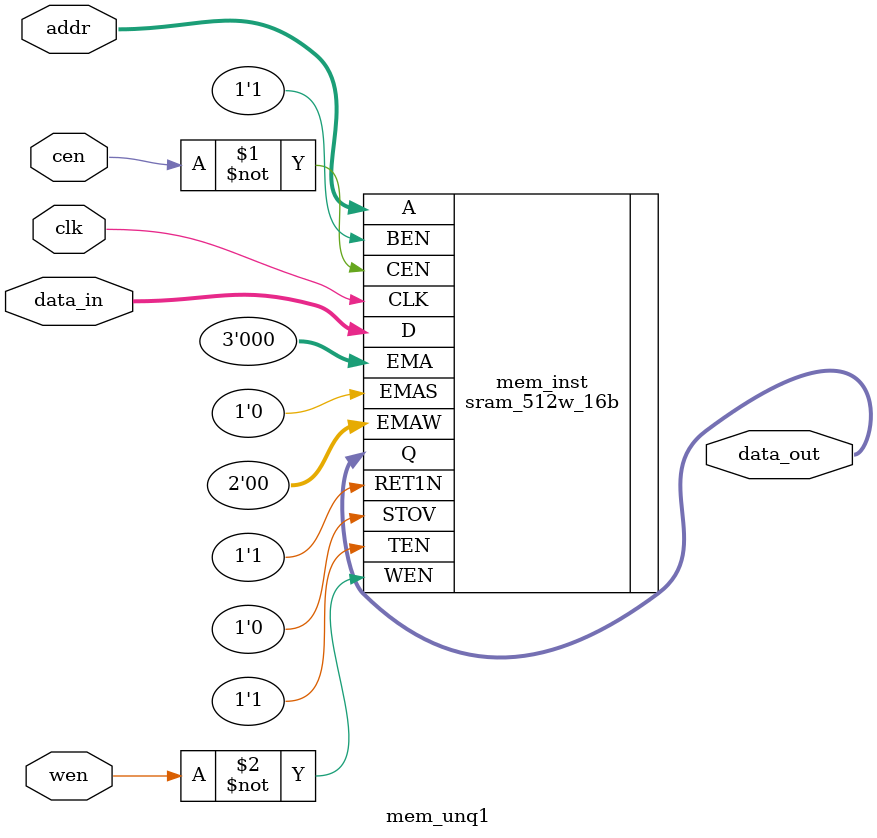
<source format=v>


module mem_unq1 (
data_out, data_in,clk,cen,wen,addr
);

output [15:0] data_out;
input [15:0] data_in;
input clk;
input cen;
input wen;
input [8:0] addr;

wire clk_d;

//assign #0.1 clk_d = clk;

sram_512w_16b mem_inst(
.Q(data_out), 
.CLK(clk),
.CEN(~cen), 
.WEN(~wen), 
.A(addr), 
.D(data_in), 
.EMA(3'd0), 
.EMAW(2'd0), 
.EMAS(1'b0), 
.TEN(1'b1),
.BEN(1'b1),
.RET1N(1'b1),
.STOV(1'b0));

endmodule

</source>
